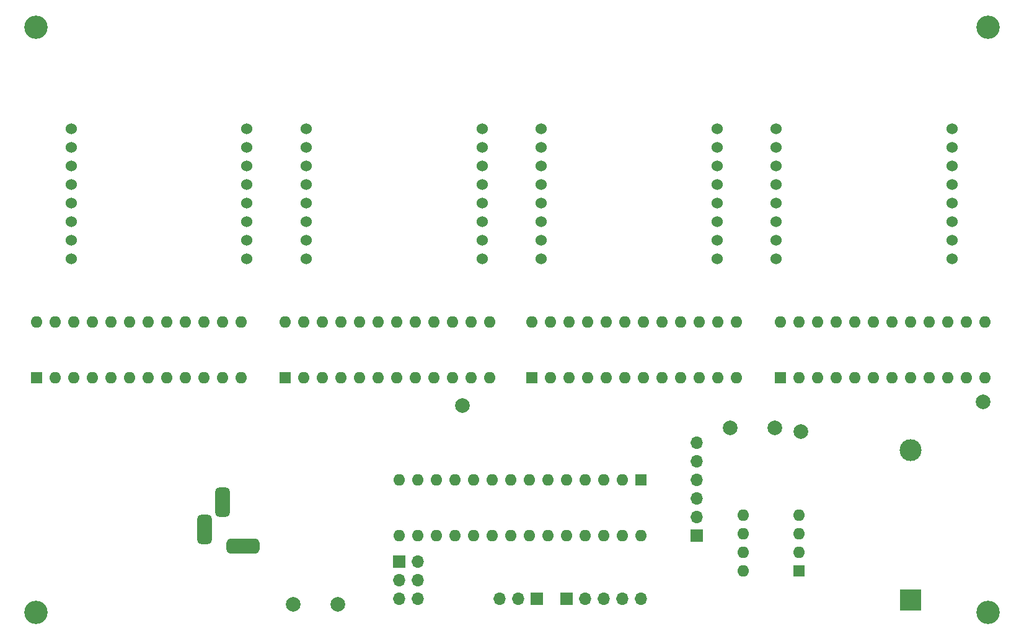
<source format=gbr>
%TF.GenerationSoftware,KiCad,Pcbnew,(6.0.5)*%
%TF.CreationDate,2022-07-24T14:11:08-07:00*%
%TF.ProjectId,CLOCK,434c4f43-4b2e-46b6-9963-61645f706362,rev?*%
%TF.SameCoordinates,PX4c4db10PY8a50b10*%
%TF.FileFunction,Soldermask,Bot*%
%TF.FilePolarity,Negative*%
%FSLAX46Y46*%
G04 Gerber Fmt 4.6, Leading zero omitted, Abs format (unit mm)*
G04 Created by KiCad (PCBNEW (6.0.5)) date 2022-07-24 14:11:08*
%MOMM*%
%LPD*%
G01*
G04 APERTURE LIST*
G04 Aperture macros list*
%AMRoundRect*
0 Rectangle with rounded corners*
0 $1 Rounding radius*
0 $2 $3 $4 $5 $6 $7 $8 $9 X,Y pos of 4 corners*
0 Add a 4 corners polygon primitive as box body*
4,1,4,$2,$3,$4,$5,$6,$7,$8,$9,$2,$3,0*
0 Add four circle primitives for the rounded corners*
1,1,$1+$1,$2,$3*
1,1,$1+$1,$4,$5*
1,1,$1+$1,$6,$7*
1,1,$1+$1,$8,$9*
0 Add four rect primitives between the rounded corners*
20,1,$1+$1,$2,$3,$4,$5,0*
20,1,$1+$1,$4,$5,$6,$7,0*
20,1,$1+$1,$6,$7,$8,$9,0*
20,1,$1+$1,$8,$9,$2,$3,0*%
G04 Aperture macros list end*
%ADD10C,3.200000*%
%ADD11C,1.524000*%
%ADD12C,2.000000*%
%ADD13R,3.000000X3.000000*%
%ADD14C,3.000000*%
%ADD15R,1.600000X1.600000*%
%ADD16O,1.600000X1.600000*%
%ADD17R,1.700000X1.700000*%
%ADD18O,1.700000X1.700000*%
%ADD19RoundRect,0.500000X-1.750000X-0.500000X1.750000X-0.500000X1.750000X0.500000X-1.750000X0.500000X0*%
%ADD20RoundRect,0.500000X0.500000X-1.500000X0.500000X1.500000X-0.500000X1.500000X-0.500000X-1.500000X0*%
G04 APERTURE END LIST*
D10*
%TO.C,H4*%
X134990000Y5034000D03*
%TD*%
D11*
%TO.C,D2*%
X41890000Y71120000D03*
X41890000Y68580000D03*
X41890000Y66040000D03*
X41890000Y63500000D03*
X41890000Y60960000D03*
X41890000Y58420000D03*
X41890000Y55880000D03*
X41890000Y53340000D03*
X65890000Y53340000D03*
X65890000Y55880000D03*
X65890000Y58420000D03*
X65890000Y60960000D03*
X65890000Y63500000D03*
X65890000Y66040000D03*
X65890000Y68580000D03*
X65890000Y71120000D03*
%TD*%
D12*
%TO.C,GND*%
X46228000Y6096000D03*
%TD*%
D13*
%TO.C,BT1*%
X124460017Y6674314D03*
D14*
X124460017Y27164314D03*
%TD*%
D12*
%TO.C,DATA*%
X99822000Y30226000D03*
%TD*%
D11*
%TO.C,D3*%
X73990000Y71120000D03*
X73990000Y68580000D03*
X73990000Y66040000D03*
X73990000Y63500000D03*
X73990000Y60960000D03*
X73990000Y58420000D03*
X73990000Y55880000D03*
X73990000Y53340000D03*
X97990000Y53340000D03*
X97990000Y55880000D03*
X97990000Y58420000D03*
X97990000Y60960000D03*
X97990000Y63500000D03*
X97990000Y66040000D03*
X97990000Y68580000D03*
X97990000Y71120000D03*
%TD*%
D12*
%TO.C,CLK*%
X63246000Y33274000D03*
%TD*%
D15*
%TO.C,U6*%
X109210000Y10678000D03*
D16*
X109210000Y13218000D03*
X109210000Y15758000D03*
X109210000Y18298000D03*
X101590000Y18298000D03*
X101590000Y15758000D03*
X101590000Y13218000D03*
X101590000Y10678000D03*
%TD*%
D12*
%TO.C,SDA*%
X109474000Y29718000D03*
%TD*%
D17*
%TO.C,J2*%
X77470000Y6858000D03*
D18*
X80010000Y6858000D03*
X82550000Y6858000D03*
X85090000Y6858000D03*
X87630000Y6858000D03*
%TD*%
D15*
%TO.C,U5*%
X72690000Y37094000D03*
D16*
X75230000Y37094000D03*
X77770000Y37094000D03*
X80310000Y37094000D03*
X82850000Y37094000D03*
X85390000Y37094000D03*
X87930000Y37094000D03*
X90470000Y37094000D03*
X93010000Y37094000D03*
X95550000Y37094000D03*
X98090000Y37094000D03*
X100630000Y37094000D03*
X100630000Y44714000D03*
X98090000Y44714000D03*
X95550000Y44714000D03*
X93010000Y44714000D03*
X90470000Y44714000D03*
X87930000Y44714000D03*
X85390000Y44714000D03*
X82850000Y44714000D03*
X80310000Y44714000D03*
X77770000Y44714000D03*
X75230000Y44714000D03*
X72690000Y44714000D03*
%TD*%
D17*
%TO.C,J5*%
X54610000Y11923000D03*
D18*
X57150000Y11923000D03*
X54610000Y9383000D03*
X57150000Y9383000D03*
X54610000Y6843000D03*
X57150000Y6843000D03*
%TD*%
D15*
%TO.C,U7*%
X106675000Y37094000D03*
D16*
X109215000Y37094000D03*
X111755000Y37094000D03*
X114295000Y37094000D03*
X116835000Y37094000D03*
X119375000Y37094000D03*
X121915000Y37094000D03*
X124455000Y37094000D03*
X126995000Y37094000D03*
X129535000Y37094000D03*
X132075000Y37094000D03*
X134615000Y37094000D03*
X134615000Y44714000D03*
X132075000Y44714000D03*
X129535000Y44714000D03*
X126995000Y44714000D03*
X124455000Y44714000D03*
X121915000Y44714000D03*
X119375000Y44714000D03*
X116835000Y44714000D03*
X114295000Y44714000D03*
X111755000Y44714000D03*
X109215000Y44714000D03*
X106675000Y44714000D03*
%TD*%
D12*
%TO.C,VCC*%
X40132000Y6096000D03*
%TD*%
D15*
%TO.C,U1*%
X87630000Y23114000D03*
D16*
X85090000Y23114000D03*
X82550000Y23114000D03*
X80010000Y23114000D03*
X77470000Y23114000D03*
X74930000Y23114000D03*
X72390000Y23114000D03*
X69850000Y23114000D03*
X67310000Y23114000D03*
X64770000Y23114000D03*
X62230000Y23114000D03*
X59690000Y23114000D03*
X57150000Y23114000D03*
X54610000Y23114000D03*
X54610000Y15494000D03*
X57150000Y15494000D03*
X59690000Y15494000D03*
X62230000Y15494000D03*
X64770000Y15494000D03*
X67310000Y15494000D03*
X69850000Y15494000D03*
X72390000Y15494000D03*
X74930000Y15494000D03*
X77470000Y15494000D03*
X80010000Y15494000D03*
X82550000Y15494000D03*
X85090000Y15494000D03*
X87630000Y15494000D03*
%TD*%
D15*
%TO.C,U2*%
X5075000Y37094000D03*
D16*
X7615000Y37094000D03*
X10155000Y37094000D03*
X12695000Y37094000D03*
X15235000Y37094000D03*
X17775000Y37094000D03*
X20315000Y37094000D03*
X22855000Y37094000D03*
X25395000Y37094000D03*
X27935000Y37094000D03*
X30475000Y37094000D03*
X33015000Y37094000D03*
X33015000Y44714000D03*
X30475000Y44714000D03*
X27935000Y44714000D03*
X25395000Y44714000D03*
X22855000Y44714000D03*
X20315000Y44714000D03*
X17775000Y44714000D03*
X15235000Y44714000D03*
X12695000Y44714000D03*
X10155000Y44714000D03*
X7615000Y44714000D03*
X5075000Y44714000D03*
%TD*%
D10*
%TO.C,H2*%
X134990000Y85034000D03*
%TD*%
%TO.C,H3*%
X4990000Y5034000D03*
%TD*%
D17*
%TO.C,J1*%
X95250000Y15494000D03*
D18*
X95250000Y18034000D03*
X95250000Y20574000D03*
X95250000Y23114000D03*
X95250000Y25654000D03*
X95250000Y28194000D03*
%TD*%
D10*
%TO.C,H1*%
X4990000Y85034000D03*
%TD*%
D12*
%TO.C,SCL*%
X105918000Y30226000D03*
%TD*%
D11*
%TO.C,D5*%
X106090000Y71120000D03*
X106090000Y68580000D03*
X106090000Y66040000D03*
X106090000Y63500000D03*
X106090000Y60960000D03*
X106090000Y58420000D03*
X106090000Y55880000D03*
X106090000Y53340000D03*
X130090000Y53340000D03*
X130090000Y55880000D03*
X130090000Y58420000D03*
X130090000Y60960000D03*
X130090000Y63500000D03*
X130090000Y66040000D03*
X130090000Y68580000D03*
X130090000Y71120000D03*
%TD*%
D12*
%TO.C,LOAD*%
X134366000Y33782000D03*
%TD*%
D15*
%TO.C,U4*%
X38990000Y37094000D03*
D16*
X41530000Y37094000D03*
X44070000Y37094000D03*
X46610000Y37094000D03*
X49150000Y37094000D03*
X51690000Y37094000D03*
X54230000Y37094000D03*
X56770000Y37094000D03*
X59310000Y37094000D03*
X61850000Y37094000D03*
X64390000Y37094000D03*
X66930000Y37094000D03*
X66930000Y44714000D03*
X64390000Y44714000D03*
X61850000Y44714000D03*
X59310000Y44714000D03*
X56770000Y44714000D03*
X54230000Y44714000D03*
X51690000Y44714000D03*
X49150000Y44714000D03*
X46610000Y44714000D03*
X44070000Y44714000D03*
X41530000Y44714000D03*
X38990000Y44714000D03*
%TD*%
D17*
%TO.C,J3*%
X73406000Y6858000D03*
D18*
X70866000Y6858000D03*
X68326000Y6858000D03*
%TD*%
D11*
%TO.C,D1*%
X9790000Y71120000D03*
X9790000Y68580000D03*
X9790000Y66040000D03*
X9790000Y63500000D03*
X9790000Y60960000D03*
X9790000Y58420000D03*
X9790000Y55880000D03*
X9790000Y53340000D03*
X33790000Y53340000D03*
X33790000Y55880000D03*
X33790000Y58420000D03*
X33790000Y60960000D03*
X33790000Y63500000D03*
X33790000Y66040000D03*
X33790000Y68580000D03*
X33790000Y71120000D03*
%TD*%
D19*
%TO.C,J4*%
X33274000Y14026000D03*
D20*
X27974000Y16326000D03*
X30474000Y20026000D03*
%TD*%
M02*

</source>
